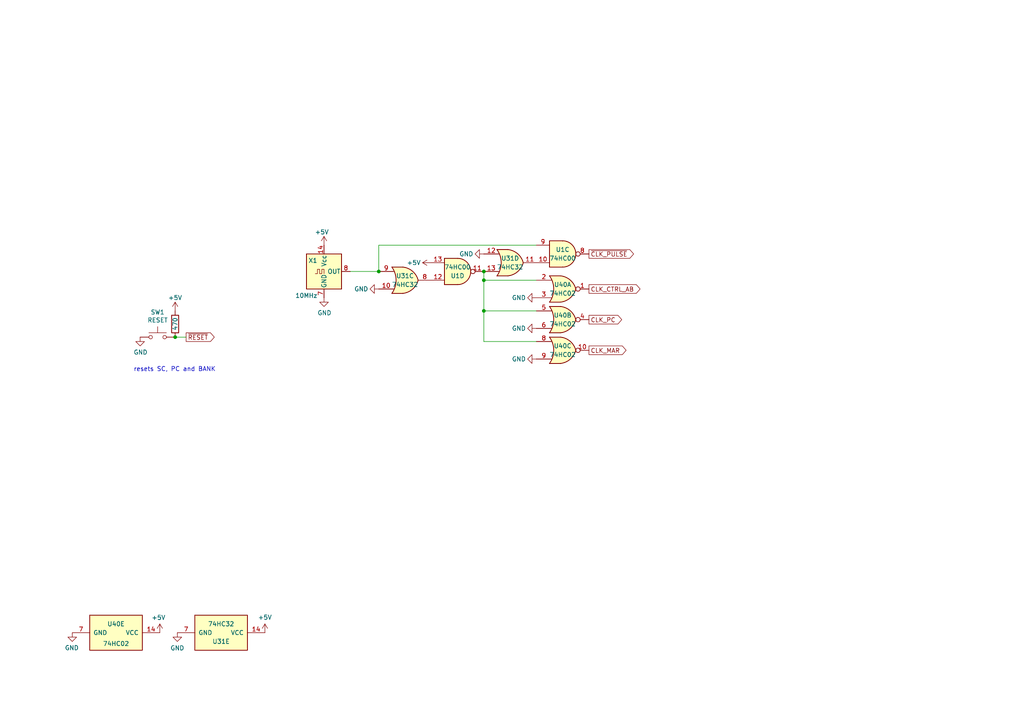
<source format=kicad_sch>
(kicad_sch (version 20211123) (generator eeschema)

  (uuid 4e2cce9b-ce6a-4049-ac2c-5f74d8693f21)

  (paper "A4")

  (title_block
    (title "Global Signals")
    (date "2023-10-27")
    (rev "2.0")
    (comment 2 "creativecommons.org/licenses/by-nc-sa/4.0/")
    (comment 3 "This work is licensed under CC BY-NC-SA 4.0")
    (comment 4 "Author: Carsten Herting (slu4)")
  )

  (lib_symbols
    (symbol "8-Bit CPU 32k-cache:74HC00" (pin_names (offset 1.016)) (in_bom yes) (on_board yes)
      (property "Reference" "U" (id 0) (at 0 1.27 0)
        (effects (font (size 1.27 1.27)))
      )
      (property "Value" "74HC00" (id 1) (at 0 -1.27 0)
        (effects (font (size 1.27 1.27)))
      )
      (property "Footprint" "" (id 2) (at 0 0 0)
        (effects (font (size 1.27 1.27)) hide)
      )
      (property "Datasheet" "" (id 3) (at 0 0 0)
        (effects (font (size 1.27 1.27)) hide)
      )
      (property "ki_locked" "" (id 4) (at 0 0 0)
        (effects (font (size 1.27 1.27)))
      )
      (property "ki_fp_filters" "DIP*W7.62mm* SO14*" (id 5) (at 0 0 0)
        (effects (font (size 1.27 1.27)) hide)
      )
      (symbol "74HC00_1_1"
        (arc (start 0 -3.81) (mid 3.81 0) (end 0 3.81)
          (stroke (width 0.254) (type default) (color 0 0 0 0))
          (fill (type background))
        )
        (polyline
          (pts
            (xy 0 3.81)
            (xy -3.81 3.81)
            (xy -3.81 -3.81)
            (xy 0 -3.81)
          )
          (stroke (width 0.254) (type default) (color 0 0 0 0))
          (fill (type background))
        )
        (pin input line (at -7.62 2.54 0) (length 3.81)
          (name "~" (effects (font (size 1.27 1.27))))
          (number "1" (effects (font (size 1.27 1.27))))
        )
        (pin input line (at -7.62 -2.54 0) (length 3.81)
          (name "~" (effects (font (size 1.27 1.27))))
          (number "2" (effects (font (size 1.27 1.27))))
        )
        (pin output inverted (at 7.62 0 180) (length 3.81)
          (name "~" (effects (font (size 1.27 1.27))))
          (number "3" (effects (font (size 1.27 1.27))))
        )
      )
      (symbol "74HC00_1_2"
        (arc (start -3.81 -3.81) (mid -2.589 0) (end -3.81 3.81)
          (stroke (width 0.254) (type default) (color 0 0 0 0))
          (fill (type none))
        )
        (arc (start -0.6096 -3.81) (mid 2.1842 -2.5851) (end 3.81 0)
          (stroke (width 0.254) (type default) (color 0 0 0 0))
          (fill (type background))
        )
        (polyline
          (pts
            (xy -3.81 -3.81)
            (xy -0.635 -3.81)
          )
          (stroke (width 0.254) (type default) (color 0 0 0 0))
          (fill (type background))
        )
        (polyline
          (pts
            (xy -3.81 3.81)
            (xy -0.635 3.81)
          )
          (stroke (width 0.254) (type default) (color 0 0 0 0))
          (fill (type background))
        )
        (polyline
          (pts
            (xy -0.635 3.81)
            (xy -3.81 3.81)
            (xy -3.81 3.81)
            (xy -3.556 3.4036)
            (xy -3.0226 2.2606)
            (xy -2.6924 1.0414)
            (xy -2.6162 -0.254)
            (xy -2.7686 -1.4986)
            (xy -3.175 -2.7178)
            (xy -3.81 -3.81)
            (xy -3.81 -3.81)
            (xy -0.635 -3.81)
          )
          (stroke (width -25.4) (type default) (color 0 0 0 0))
          (fill (type background))
        )
        (arc (start 3.81 0) (mid 2.1915 2.5936) (end -0.6096 3.81)
          (stroke (width 0.254) (type default) (color 0 0 0 0))
          (fill (type background))
        )
        (pin input inverted (at -7.62 2.54 0) (length 4.318)
          (name "~" (effects (font (size 1.27 1.27))))
          (number "1" (effects (font (size 1.27 1.27))))
        )
        (pin input inverted (at -7.62 -2.54 0) (length 4.318)
          (name "~" (effects (font (size 1.27 1.27))))
          (number "2" (effects (font (size 1.27 1.27))))
        )
        (pin output line (at 7.62 0 180) (length 3.81)
          (name "~" (effects (font (size 1.27 1.27))))
          (number "3" (effects (font (size 1.27 1.27))))
        )
      )
      (symbol "74HC00_2_1"
        (arc (start 0 -3.81) (mid 3.81 0) (end 0 3.81)
          (stroke (width 0.254) (type default) (color 0 0 0 0))
          (fill (type background))
        )
        (polyline
          (pts
            (xy 0 3.81)
            (xy -3.81 3.81)
            (xy -3.81 -3.81)
            (xy 0 -3.81)
          )
          (stroke (width 0.254) (type default) (color 0 0 0 0))
          (fill (type background))
        )
        (pin input line (at -7.62 2.54 0) (length 3.81)
          (name "~" (effects (font (size 1.27 1.27))))
          (number "4" (effects (font (size 1.27 1.27))))
        )
        (pin input line (at -7.62 -2.54 0) (length 3.81)
          (name "~" (effects (font (size 1.27 1.27))))
          (number "5" (effects (font (size 1.27 1.27))))
        )
        (pin output inverted (at 7.62 0 180) (length 3.81)
          (name "~" (effects (font (size 1.27 1.27))))
          (number "6" (effects (font (size 1.27 1.27))))
        )
      )
      (symbol "74HC00_2_2"
        (arc (start -3.81 -3.81) (mid -2.589 0) (end -3.81 3.81)
          (stroke (width 0.254) (type default) (color 0 0 0 0))
          (fill (type none))
        )
        (arc (start -0.6096 -3.81) (mid 2.1842 -2.5851) (end 3.81 0)
          (stroke (width 0.254) (type default) (color 0 0 0 0))
          (fill (type background))
        )
        (polyline
          (pts
            (xy -3.81 -3.81)
            (xy -0.635 -3.81)
          )
          (stroke (width 0.254) (type default) (color 0 0 0 0))
          (fill (type background))
        )
        (polyline
          (pts
            (xy -3.81 3.81)
            (xy -0.635 3.81)
          )
          (stroke (width 0.254) (type default) (color 0 0 0 0))
          (fill (type background))
        )
        (polyline
          (pts
            (xy -0.635 3.81)
            (xy -3.81 3.81)
            (xy -3.81 3.81)
            (xy -3.556 3.4036)
            (xy -3.0226 2.2606)
            (xy -2.6924 1.0414)
            (xy -2.6162 -0.254)
            (xy -2.7686 -1.4986)
            (xy -3.175 -2.7178)
            (xy -3.81 -3.81)
            (xy -3.81 -3.81)
            (xy -0.635 -3.81)
          )
          (stroke (width -25.4) (type default) (color 0 0 0 0))
          (fill (type background))
        )
        (arc (start 3.81 0) (mid 2.1915 2.5936) (end -0.6096 3.81)
          (stroke (width 0.254) (type default) (color 0 0 0 0))
          (fill (type background))
        )
        (pin input inverted (at -7.62 2.54 0) (length 4.318)
          (name "~" (effects (font (size 1.27 1.27))))
          (number "4" (effects (font (size 1.27 1.27))))
        )
        (pin input inverted (at -7.62 -2.54 0) (length 4.318)
          (name "~" (effects (font (size 1.27 1.27))))
          (number "5" (effects (font (size 1.27 1.27))))
        )
        (pin output line (at 7.62 0 180) (length 3.81)
          (name "~" (effects (font (size 1.27 1.27))))
          (number "6" (effects (font (size 1.27 1.27))))
        )
      )
      (symbol "74HC00_3_1"
        (arc (start 0 -3.81) (mid 3.81 0) (end 0 3.81)
          (stroke (width 0.254) (type default) (color 0 0 0 0))
          (fill (type background))
        )
        (polyline
          (pts
            (xy 0 3.81)
            (xy -3.81 3.81)
            (xy -3.81 -3.81)
            (xy 0 -3.81)
          )
          (stroke (width 0.254) (type default) (color 0 0 0 0))
          (fill (type background))
        )
        (pin input line (at -7.62 -2.54 0) (length 3.81)
          (name "~" (effects (font (size 1.27 1.27))))
          (number "10" (effects (font (size 1.27 1.27))))
        )
        (pin output inverted (at 7.62 0 180) (length 3.81)
          (name "~" (effects (font (size 1.27 1.27))))
          (number "8" (effects (font (size 1.27 1.27))))
        )
        (pin input line (at -7.62 2.54 0) (length 3.81)
          (name "~" (effects (font (size 1.27 1.27))))
          (number "9" (effects (font (size 1.27 1.27))))
        )
      )
      (symbol "74HC00_3_2"
        (arc (start -3.81 -3.81) (mid -2.589 0) (end -3.81 3.81)
          (stroke (width 0.254) (type default) (color 0 0 0 0))
          (fill (type none))
        )
        (arc (start -0.6096 -3.81) (mid 2.1842 -2.5851) (end 3.81 0)
          (stroke (width 0.254) (type default) (color 0 0 0 0))
          (fill (type background))
        )
        (polyline
          (pts
            (xy -3.81 -3.81)
            (xy -0.635 -3.81)
          )
          (stroke (width 0.254) (type default) (color 0 0 0 0))
          (fill (type background))
        )
        (polyline
          (pts
            (xy -3.81 3.81)
            (xy -0.635 3.81)
          )
          (stroke (width 0.254) (type default) (color 0 0 0 0))
          (fill (type background))
        )
        (polyline
          (pts
            (xy -0.635 3.81)
            (xy -3.81 3.81)
            (xy -3.81 3.81)
            (xy -3.556 3.4036)
            (xy -3.0226 2.2606)
            (xy -2.6924 1.0414)
            (xy -2.6162 -0.254)
            (xy -2.7686 -1.4986)
            (xy -3.175 -2.7178)
            (xy -3.81 -3.81)
            (xy -3.81 -3.81)
            (xy -0.635 -3.81)
          )
          (stroke (width -25.4) (type default) (color 0 0 0 0))
          (fill (type background))
        )
        (arc (start 3.81 0) (mid 2.1915 2.5936) (end -0.6096 3.81)
          (stroke (width 0.254) (type default) (color 0 0 0 0))
          (fill (type background))
        )
        (pin input inverted (at -7.62 -2.54 0) (length 4.318)
          (name "~" (effects (font (size 1.27 1.27))))
          (number "10" (effects (font (size 1.27 1.27))))
        )
        (pin output line (at 7.62 0 180) (length 3.81)
          (name "~" (effects (font (size 1.27 1.27))))
          (number "8" (effects (font (size 1.27 1.27))))
        )
        (pin input inverted (at -7.62 2.54 0) (length 4.318)
          (name "~" (effects (font (size 1.27 1.27))))
          (number "9" (effects (font (size 1.27 1.27))))
        )
      )
      (symbol "74HC00_4_1"
        (arc (start 0 -3.81) (mid 3.81 0) (end 0 3.81)
          (stroke (width 0.254) (type default) (color 0 0 0 0))
          (fill (type background))
        )
        (polyline
          (pts
            (xy 0 3.81)
            (xy -3.81 3.81)
            (xy -3.81 -3.81)
            (xy 0 -3.81)
          )
          (stroke (width 0.254) (type default) (color 0 0 0 0))
          (fill (type background))
        )
        (pin output inverted (at 7.62 0 180) (length 3.81)
          (name "~" (effects (font (size 1.27 1.27))))
          (number "11" (effects (font (size 1.27 1.27))))
        )
        (pin input line (at -7.62 2.54 0) (length 3.81)
          (name "~" (effects (font (size 1.27 1.27))))
          (number "12" (effects (font (size 1.27 1.27))))
        )
        (pin input line (at -7.62 -2.54 0) (length 3.81)
          (name "~" (effects (font (size 1.27 1.27))))
          (number "13" (effects (font (size 1.27 1.27))))
        )
      )
      (symbol "74HC00_4_2"
        (arc (start -3.81 -3.81) (mid -2.589 0) (end -3.81 3.81)
          (stroke (width 0.254) (type default) (color 0 0 0 0))
          (fill (type none))
        )
        (arc (start -0.6096 -3.81) (mid 2.1842 -2.5851) (end 3.81 0)
          (stroke (width 0.254) (type default) (color 0 0 0 0))
          (fill (type background))
        )
        (polyline
          (pts
            (xy -3.81 -3.81)
            (xy -0.635 -3.81)
          )
          (stroke (width 0.254) (type default) (color 0 0 0 0))
          (fill (type background))
        )
        (polyline
          (pts
            (xy -3.81 3.81)
            (xy -0.635 3.81)
          )
          (stroke (width 0.254) (type default) (color 0 0 0 0))
          (fill (type background))
        )
        (polyline
          (pts
            (xy -0.635 3.81)
            (xy -3.81 3.81)
            (xy -3.81 3.81)
            (xy -3.556 3.4036)
            (xy -3.0226 2.2606)
            (xy -2.6924 1.0414)
            (xy -2.6162 -0.254)
            (xy -2.7686 -1.4986)
            (xy -3.175 -2.7178)
            (xy -3.81 -3.81)
            (xy -3.81 -3.81)
            (xy -0.635 -3.81)
          )
          (stroke (width -25.4) (type default) (color 0 0 0 0))
          (fill (type background))
        )
        (arc (start 3.81 0) (mid 2.1915 2.5936) (end -0.6096 3.81)
          (stroke (width 0.254) (type default) (color 0 0 0 0))
          (fill (type background))
        )
        (pin output line (at 7.62 0 180) (length 3.81)
          (name "~" (effects (font (size 1.27 1.27))))
          (number "11" (effects (font (size 1.27 1.27))))
        )
        (pin input inverted (at -7.62 2.54 0) (length 4.318)
          (name "~" (effects (font (size 1.27 1.27))))
          (number "12" (effects (font (size 1.27 1.27))))
        )
        (pin input inverted (at -7.62 -2.54 0) (length 4.318)
          (name "~" (effects (font (size 1.27 1.27))))
          (number "13" (effects (font (size 1.27 1.27))))
        )
      )
      (symbol "74HC00_5_0"
        (pin power_in line (at 0 12.7 270) (length 5.08)
          (name "VCC" (effects (font (size 1.27 1.27))))
          (number "14" (effects (font (size 1.27 1.27))))
        )
        (pin power_in line (at 0 -12.7 90) (length 5.08)
          (name "GND" (effects (font (size 1.27 1.27))))
          (number "7" (effects (font (size 1.27 1.27))))
        )
      )
      (symbol "74HC00_5_1"
        (rectangle (start -5.08 7.62) (end 5.08 -7.62)
          (stroke (width 0.254) (type default) (color 0 0 0 0))
          (fill (type background))
        )
      )
    )
    (symbol "8-Bit CPU 32k-cache:74HC02" (pin_names (offset 1.016)) (in_bom yes) (on_board yes)
      (property "Reference" "U" (id 0) (at 0 1.27 0)
        (effects (font (size 1.27 1.27)))
      )
      (property "Value" "74HC02" (id 1) (at 0 -1.27 0)
        (effects (font (size 1.27 1.27)))
      )
      (property "Footprint" "" (id 2) (at 0 0 0)
        (effects (font (size 1.27 1.27)) hide)
      )
      (property "Datasheet" "" (id 3) (at 0 0 0)
        (effects (font (size 1.27 1.27)) hide)
      )
      (property "ki_locked" "" (id 4) (at 0 0 0)
        (effects (font (size 1.27 1.27)))
      )
      (property "ki_fp_filters" "SO14* DIP*W7.62mm*" (id 5) (at 0 0 0)
        (effects (font (size 1.27 1.27)) hide)
      )
      (symbol "74HC02_1_1"
        (arc (start -3.81 -3.81) (mid -2.589 0) (end -3.81 3.81)
          (stroke (width 0.254) (type default) (color 0 0 0 0))
          (fill (type none))
        )
        (arc (start -0.6096 -3.81) (mid 2.1842 -2.5851) (end 3.81 0)
          (stroke (width 0.254) (type default) (color 0 0 0 0))
          (fill (type background))
        )
        (polyline
          (pts
            (xy -3.81 -3.81)
            (xy -0.635 -3.81)
          )
          (stroke (width 0.254) (type default) (color 0 0 0 0))
          (fill (type background))
        )
        (polyline
          (pts
            (xy -3.81 3.81)
            (xy -0.635 3.81)
          )
          (stroke (width 0.254) (type default) (color 0 0 0 0))
          (fill (type background))
        )
        (polyline
          (pts
            (xy -0.635 3.81)
            (xy -3.81 3.81)
            (xy -3.81 3.81)
            (xy -3.556 3.4036)
            (xy -3.0226 2.2606)
            (xy -2.6924 1.0414)
            (xy -2.6162 -0.254)
            (xy -2.7686 -1.4986)
            (xy -3.175 -2.7178)
            (xy -3.81 -3.81)
            (xy -3.81 -3.81)
            (xy -0.635 -3.81)
          )
          (stroke (width -25.4) (type default) (color 0 0 0 0))
          (fill (type background))
        )
        (arc (start 3.81 0) (mid 2.1915 2.5936) (end -0.6096 3.81)
          (stroke (width 0.254) (type default) (color 0 0 0 0))
          (fill (type background))
        )
        (pin output inverted (at 7.62 0 180) (length 3.81)
          (name "~" (effects (font (size 1.27 1.27))))
          (number "1" (effects (font (size 1.27 1.27))))
        )
        (pin input line (at -7.62 2.54 0) (length 4.318)
          (name "~" (effects (font (size 1.27 1.27))))
          (number "2" (effects (font (size 1.27 1.27))))
        )
        (pin input line (at -7.62 -2.54 0) (length 4.318)
          (name "~" (effects (font (size 1.27 1.27))))
          (number "3" (effects (font (size 1.27 1.27))))
        )
      )
      (symbol "74HC02_1_2"
        (arc (start 0 -3.81) (mid 3.81 0) (end 0 3.81)
          (stroke (width 0.254) (type default) (color 0 0 0 0))
          (fill (type background))
        )
        (polyline
          (pts
            (xy 0 3.81)
            (xy -3.81 3.81)
            (xy -3.81 -3.81)
            (xy 0 -3.81)
          )
          (stroke (width 0.254) (type default) (color 0 0 0 0))
          (fill (type background))
        )
        (pin output line (at 7.62 0 180) (length 3.81)
          (name "~" (effects (font (size 1.27 1.27))))
          (number "1" (effects (font (size 1.27 1.27))))
        )
        (pin input inverted (at -7.62 2.54 0) (length 3.81)
          (name "~" (effects (font (size 1.27 1.27))))
          (number "2" (effects (font (size 1.27 1.27))))
        )
        (pin input inverted (at -7.62 -2.54 0) (length 3.81)
          (name "~" (effects (font (size 1.27 1.27))))
          (number "3" (effects (font (size 1.27 1.27))))
        )
      )
      (symbol "74HC02_2_1"
        (arc (start -3.81 -3.81) (mid -2.589 0) (end -3.81 3.81)
          (stroke (width 0.254) (type default) (color 0 0 0 0))
          (fill (type none))
        )
        (arc (start -0.6096 -3.81) (mid 2.1842 -2.5851) (end 3.81 0)
          (stroke (width 0.254) (type default) (color 0 0 0 0))
          (fill (type background))
        )
        (polyline
          (pts
            (xy -3.81 -3.81)
            (xy -0.635 -3.81)
          )
          (stroke (width 0.254) (type default) (color 0 0 0 0))
          (fill (type background))
        )
        (polyline
          (pts
            (xy -3.81 3.81)
            (xy -0.635 3.81)
          )
          (stroke (width 0.254) (type default) (color 0 0 0 0))
          (fill (type background))
        )
        (polyline
          (pts
            (xy -0.635 3.81)
            (xy -3.81 3.81)
            (xy -3.81 3.81)
            (xy -3.556 3.4036)
            (xy -3.0226 2.2606)
            (xy -2.6924 1.0414)
            (xy -2.6162 -0.254)
            (xy -2.7686 -1.4986)
            (xy -3.175 -2.7178)
            (xy -3.81 -3.81)
            (xy -3.81 -3.81)
            (xy -0.635 -3.81)
          )
          (stroke (width -25.4) (type default) (color 0 0 0 0))
          (fill (type background))
        )
        (arc (start 3.81 0) (mid 2.1915 2.5936) (end -0.6096 3.81)
          (stroke (width 0.254) (type default) (color 0 0 0 0))
          (fill (type background))
        )
        (pin output inverted (at 7.62 0 180) (length 3.81)
          (name "~" (effects (font (size 1.27 1.27))))
          (number "4" (effects (font (size 1.27 1.27))))
        )
        (pin input line (at -7.62 2.54 0) (length 4.318)
          (name "~" (effects (font (size 1.27 1.27))))
          (number "5" (effects (font (size 1.27 1.27))))
        )
        (pin input line (at -7.62 -2.54 0) (length 4.318)
          (name "~" (effects (font (size 1.27 1.27))))
          (number "6" (effects (font (size 1.27 1.27))))
        )
      )
      (symbol "74HC02_2_2"
        (arc (start 0 -3.81) (mid 3.81 0) (end 0 3.81)
          (stroke (width 0.254) (type default) (color 0 0 0 0))
          (fill (type background))
        )
        (polyline
          (pts
            (xy 0 3.81)
            (xy -3.81 3.81)
            (xy -3.81 -3.81)
            (xy 0 -3.81)
          )
          (stroke (width 0.254) (type default) (color 0 0 0 0))
          (fill (type background))
        )
        (pin output line (at 7.62 0 180) (length 3.81)
          (name "~" (effects (font (size 1.27 1.27))))
          (number "4" (effects (font (size 1.27 1.27))))
        )
        (pin input inverted (at -7.62 2.54 0) (length 3.81)
          (name "~" (effects (font (size 1.27 1.27))))
          (number "5" (effects (font (size 1.27 1.27))))
        )
        (pin input inverted (at -7.62 -2.54 0) (length 3.81)
          (name "~" (effects (font (size 1.27 1.27))))
          (number "6" (effects (font (size 1.27 1.27))))
        )
      )
      (symbol "74HC02_3_1"
        (arc (start -3.81 -3.81) (mid -2.589 0) (end -3.81 3.81)
          (stroke (width 0.254) (type default) (color 0 0 0 0))
          (fill (type none))
        )
        (arc (start -0.6096 -3.81) (mid 2.1842 -2.5851) (end 3.81 0)
          (stroke (width 0.254) (type default) (color 0 0 0 0))
          (fill (type background))
        )
        (polyline
          (pts
            (xy -3.81 -3.81)
            (xy -0.635 -3.81)
          )
          (stroke (width 0.254) (type default) (color 0 0 0 0))
          (fill (type background))
        )
        (polyline
          (pts
            (xy -3.81 3.81)
            (xy -0.635 3.81)
          )
          (stroke (width 0.254) (type default) (color 0 0 0 0))
          (fill (type background))
        )
        (polyline
          (pts
            (xy -0.635 3.81)
            (xy -3.81 3.81)
            (xy -3.81 3.81)
            (xy -3.556 3.4036)
            (xy -3.0226 2.2606)
            (xy -2.6924 1.0414)
            (xy -2.6162 -0.254)
            (xy -2.7686 -1.4986)
            (xy -3.175 -2.7178)
            (xy -3.81 -3.81)
            (xy -3.81 -3.81)
            (xy -0.635 -3.81)
          )
          (stroke (width -25.4) (type default) (color 0 0 0 0))
          (fill (type background))
        )
        (arc (start 3.81 0) (mid 2.1915 2.5936) (end -0.6096 3.81)
          (stroke (width 0.254) (type default) (color 0 0 0 0))
          (fill (type background))
        )
        (pin output inverted (at 7.62 0 180) (length 3.81)
          (name "~" (effects (font (size 1.27 1.27))))
          (number "10" (effects (font (size 1.27 1.27))))
        )
        (pin input line (at -7.62 2.54 0) (length 4.318)
          (name "~" (effects (font (size 1.27 1.27))))
          (number "8" (effects (font (size 1.27 1.27))))
        )
        (pin input line (at -7.62 -2.54 0) (length 4.318)
          (name "~" (effects (font (size 1.27 1.27))))
          (number "9" (effects (font (size 1.27 1.27))))
        )
      )
      (symbol "74HC02_3_2"
        (arc (start 0 -3.81) (mid 3.81 0) (end 0 3.81)
          (stroke (width 0.254) (type default) (color 0 0 0 0))
          (fill (type background))
        )
        (polyline
          (pts
            (xy 0 3.81)
            (xy -3.81 3.81)
            (xy -3.81 -3.81)
            (xy 0 -3.81)
          )
          (stroke (width 0.254) (type default) (color 0 0 0 0))
          (fill (type background))
        )
        (pin output line (at 7.62 0 180) (length 3.81)
          (name "~" (effects (font (size 1.27 1.27))))
          (number "10" (effects (font (size 1.27 1.27))))
        )
        (pin input inverted (at -7.62 2.54 0) (length 3.81)
          (name "~" (effects (font (size 1.27 1.27))))
          (number "8" (effects (font (size 1.27 1.27))))
        )
        (pin input inverted (at -7.62 -2.54 0) (length 3.81)
          (name "~" (effects (font (size 1.27 1.27))))
          (number "9" (effects (font (size 1.27 1.27))))
        )
      )
      (symbol "74HC02_4_1"
        (arc (start -3.81 -3.81) (mid -2.589 0) (end -3.81 3.81)
          (stroke (width 0.254) (type default) (color 0 0 0 0))
          (fill (type none))
        )
        (arc (start -0.6096 -3.81) (mid 2.1842 -2.5851) (end 3.81 0)
          (stroke (width 0.254) (type default) (color 0 0 0 0))
          (fill (type background))
        )
        (polyline
          (pts
            (xy -3.81 -3.81)
            (xy -0.635 -3.81)
          )
          (stroke (width 0.254) (type default) (color 0 0 0 0))
          (fill (type background))
        )
        (polyline
          (pts
            (xy -3.81 3.81)
            (xy -0.635 3.81)
          )
          (stroke (width 0.254) (type default) (color 0 0 0 0))
          (fill (type background))
        )
        (polyline
          (pts
            (xy -0.635 3.81)
            (xy -3.81 3.81)
            (xy -3.81 3.81)
            (xy -3.556 3.4036)
            (xy -3.0226 2.2606)
            (xy -2.6924 1.0414)
            (xy -2.6162 -0.254)
            (xy -2.7686 -1.4986)
            (xy -3.175 -2.7178)
            (xy -3.81 -3.81)
            (xy -3.81 -3.81)
            (xy -0.635 -3.81)
          )
          (stroke (width -25.4) (type default) (color 0 0 0 0))
          (fill (type background))
        )
        (arc (start 3.81 0) (mid 2.1915 2.5936) (end -0.6096 3.81)
          (stroke (width 0.254) (type default) (color 0 0 0 0))
          (fill (type background))
        )
        (pin input line (at -7.62 2.54 0) (length 4.318)
          (name "~" (effects (font (size 1.27 1.27))))
          (number "11" (effects (font (size 1.27 1.27))))
        )
        (pin input line (at -7.62 -2.54 0) (length 4.318)
          (name "~" (effects (font (size 1.27 1.27))))
          (number "12" (effects (font (size 1.27 1.27))))
        )
        (pin output inverted (at 7.62 0 180) (length 3.81)
          (name "~" (effects (font (size 1.27 1.27))))
          (number "13" (effects (font (size 1.27 1.27))))
        )
      )
      (symbol "74HC02_4_2"
        (arc (start 0 -3.81) (mid 3.81 0) (end 0 3.81)
          (stroke (width 0.254) (type default) (color 0 0 0 0))
          (fill (type background))
        )
        (polyline
          (pts
            (xy 0 3.81)
            (xy -3.81 3.81)
            (xy -3.81 -3.81)
            (xy 0 -3.81)
          )
          (stroke (width 0.254) (type default) (color 0 0 0 0))
          (fill (type background))
        )
        (pin input inverted (at -7.62 2.54 0) (length 3.81)
          (name "~" (effects (font (size 1.27 1.27))))
          (number "11" (effects (font (size 1.27 1.27))))
        )
        (pin input inverted (at -7.62 -2.54 0) (length 3.81)
          (name "~" (effects (font (size 1.27 1.27))))
          (number "12" (effects (font (size 1.27 1.27))))
        )
        (pin output line (at 7.62 0 180) (length 3.81)
          (name "~" (effects (font (size 1.27 1.27))))
          (number "13" (effects (font (size 1.27 1.27))))
        )
      )
      (symbol "74HC02_5_0"
        (pin power_in line (at 0 12.7 270) (length 5.08)
          (name "VCC" (effects (font (size 1.27 1.27))))
          (number "14" (effects (font (size 1.27 1.27))))
        )
        (pin power_in line (at 0 -12.7 90) (length 5.08)
          (name "GND" (effects (font (size 1.27 1.27))))
          (number "7" (effects (font (size 1.27 1.27))))
        )
      )
      (symbol "74HC02_5_1"
        (rectangle (start -5.08 7.62) (end 5.08 -7.62)
          (stroke (width 0.254) (type default) (color 0 0 0 0))
          (fill (type background))
        )
      )
    )
    (symbol "8-Bit CPU 32k-cache:Oscillator_ACO-xxxMHz" (pin_names (offset 0.254)) (in_bom yes) (on_board yes)
      (property "Reference" "X" (id 0) (at -5.08 6.35 0)
        (effects (font (size 1.27 1.27)) (justify left))
      )
      (property "Value" "Oscillator_ACO-xxxMHz" (id 1) (at 1.27 -6.35 0)
        (effects (font (size 1.27 1.27)) (justify left))
      )
      (property "Footprint" "Oscillator:Oscillator_DIP-14" (id 2) (at 11.43 -8.89 0)
        (effects (font (size 1.27 1.27)) hide)
      )
      (property "Datasheet" "" (id 3) (at -2.54 0 0)
        (effects (font (size 1.27 1.27)) hide)
      )
      (property "ki_fp_filters" "Oscillator*DIP*14*" (id 4) (at 0 0 0)
        (effects (font (size 1.27 1.27)) hide)
      )
      (symbol "Oscillator_ACO-xxxMHz_0_1"
        (rectangle (start -5.08 5.08) (end 5.08 -5.08)
          (stroke (width 0.254) (type default) (color 0 0 0 0))
          (fill (type background))
        )
        (polyline
          (pts
            (xy -2.54 -0.635)
            (xy -1.905 -0.635)
            (xy -1.905 0.635)
            (xy -1.27 0.635)
            (xy -1.27 -0.635)
            (xy -0.635 -0.635)
            (xy -0.635 0.635)
            (xy 0 0.635)
            (xy 0 -0.635)
          )
          (stroke (width 0) (type default) (color 0 0 0 0))
          (fill (type none))
        )
      )
      (symbol "Oscillator_ACO-xxxMHz_1_1"
        (pin no_connect line (at -7.62 0 0) (length 2.54) hide
          (name "NC" (effects (font (size 1.27 1.27))))
          (number "1" (effects (font (size 1.27 1.27))))
        )
        (pin power_in line (at 0 7.62 270) (length 2.54)
          (name "Vcc" (effects (font (size 1.27 1.27))))
          (number "14" (effects (font (size 1.27 1.27))))
        )
        (pin power_in line (at 0 -7.62 90) (length 2.54)
          (name "GND" (effects (font (size 1.27 1.27))))
          (number "7" (effects (font (size 1.27 1.27))))
        )
        (pin output line (at 7.62 0 180) (length 2.54)
          (name "OUT" (effects (font (size 1.27 1.27))))
          (number "8" (effects (font (size 1.27 1.27))))
        )
      )
    )
    (symbol "8-Bit CPU 32k:74HC32" (pin_names (offset 1.016)) (in_bom yes) (on_board yes)
      (property "Reference" "U" (id 0) (at 0 1.27 0)
        (effects (font (size 1.27 1.27)))
      )
      (property "Value" "74HC32" (id 1) (at 0 -1.27 0)
        (effects (font (size 1.27 1.27)))
      )
      (property "Footprint" "" (id 2) (at 0 0 0)
        (effects (font (size 1.27 1.27)) hide)
      )
      (property "Datasheet" "http://www.ti.com/lit/gpn/sn74LS32" (id 3) (at 0 0 0)
        (effects (font (size 1.27 1.27)) hide)
      )
      (property "ki_locked" "" (id 4) (at 0 0 0)
        (effects (font (size 1.27 1.27)))
      )
      (property "ki_keywords" "TTL Or2" (id 5) (at 0 0 0)
        (effects (font (size 1.27 1.27)) hide)
      )
      (property "ki_description" "Quad 2-input OR" (id 6) (at 0 0 0)
        (effects (font (size 1.27 1.27)) hide)
      )
      (property "ki_fp_filters" "DIP?14*" (id 7) (at 0 0 0)
        (effects (font (size 1.27 1.27)) hide)
      )
      (symbol "74HC32_1_1"
        (arc (start -3.81 -3.81) (mid -2.589 0) (end -3.81 3.81)
          (stroke (width 0.254) (type default) (color 0 0 0 0))
          (fill (type none))
        )
        (arc (start -0.6096 -3.81) (mid 2.1842 -2.5851) (end 3.81 0)
          (stroke (width 0.254) (type default) (color 0 0 0 0))
          (fill (type background))
        )
        (polyline
          (pts
            (xy -3.81 -3.81)
            (xy -0.635 -3.81)
          )
          (stroke (width 0.254) (type default) (color 0 0 0 0))
          (fill (type background))
        )
        (polyline
          (pts
            (xy -3.81 3.81)
            (xy -0.635 3.81)
          )
          (stroke (width 0.254) (type default) (color 0 0 0 0))
          (fill (type background))
        )
        (polyline
          (pts
            (xy -0.635 3.81)
            (xy -3.81 3.81)
            (xy -3.81 3.81)
            (xy -3.556 3.4036)
            (xy -3.0226 2.2606)
            (xy -2.6924 1.0414)
            (xy -2.6162 -0.254)
            (xy -2.7686 -1.4986)
            (xy -3.175 -2.7178)
            (xy -3.81 -3.81)
            (xy -3.81 -3.81)
            (xy -0.635 -3.81)
          )
          (stroke (width -25.4) (type default) (color 0 0 0 0))
          (fill (type background))
        )
        (arc (start 3.81 0) (mid 2.1915 2.5936) (end -0.6096 3.81)
          (stroke (width 0.254) (type default) (color 0 0 0 0))
          (fill (type background))
        )
        (pin input line (at -7.62 2.54 0) (length 4.318)
          (name "~" (effects (font (size 1.27 1.27))))
          (number "1" (effects (font (size 1.27 1.27))))
        )
        (pin input line (at -7.62 -2.54 0) (length 4.318)
          (name "~" (effects (font (size 1.27 1.27))))
          (number "2" (effects (font (size 1.27 1.27))))
        )
        (pin output line (at 7.62 0 180) (length 3.81)
          (name "~" (effects (font (size 1.27 1.27))))
          (number "3" (effects (font (size 1.27 1.27))))
        )
      )
      (symbol "74HC32_1_2"
        (arc (start 0 -3.81) (mid 3.81 0) (end 0 3.81)
          (stroke (width 0.254) (type default) (color 0 0 0 0))
          (fill (type background))
        )
        (polyline
          (pts
            (xy 0 3.81)
            (xy -3.81 3.81)
            (xy -3.81 -3.81)
            (xy 0 -3.81)
          )
          (stroke (width 0.254) (type default) (color 0 0 0 0))
          (fill (type background))
        )
        (pin input inverted (at -7.62 2.54 0) (length 3.81)
          (name "~" (effects (font (size 1.27 1.27))))
          (number "1" (effects (font (size 1.27 1.27))))
        )
        (pin input inverted (at -7.62 -2.54 0) (length 3.81)
          (name "~" (effects (font (size 1.27 1.27))))
          (number "2" (effects (font (size 1.27 1.27))))
        )
        (pin output inverted (at 7.62 0 180) (length 3.81)
          (name "~" (effects (font (size 1.27 1.27))))
          (number "3" (effects (font (size 1.27 1.27))))
        )
      )
      (symbol "74HC32_2_1"
        (arc (start -3.81 -3.81) (mid -2.589 0) (end -3.81 3.81)
          (stroke (width 0.254) (type default) (color 0 0 0 0))
          (fill (type none))
        )
        (arc (start -0.6096 -3.81) (mid 2.1842 -2.5851) (end 3.81 0)
          (stroke (width 0.254) (type default) (color 0 0 0 0))
          (fill (type background))
        )
        (polyline
          (pts
            (xy -3.81 -3.81)
            (xy -0.635 -3.81)
          )
          (stroke (width 0.254) (type default) (color 0 0 0 0))
          (fill (type background))
        )
        (polyline
          (pts
            (xy -3.81 3.81)
            (xy -0.635 3.81)
          )
          (stroke (width 0.254) (type default) (color 0 0 0 0))
          (fill (type background))
        )
        (polyline
          (pts
            (xy -0.635 3.81)
            (xy -3.81 3.81)
            (xy -3.81 3.81)
            (xy -3.556 3.4036)
            (xy -3.0226 2.2606)
            (xy -2.6924 1.0414)
            (xy -2.6162 -0.254)
            (xy -2.7686 -1.4986)
            (xy -3.175 -2.7178)
            (xy -3.81 -3.81)
            (xy -3.81 -3.81)
            (xy -0.635 -3.81)
          )
          (stroke (width -25.4) (type default) (color 0 0 0 0))
          (fill (type background))
        )
        (arc (start 3.81 0) (mid 2.1915 2.5936) (end -0.6096 3.81)
          (stroke (width 0.254) (type default) (color 0 0 0 0))
          (fill (type background))
        )
        (pin input line (at -7.62 2.54 0) (length 4.318)
          (name "~" (effects (font (size 1.27 1.27))))
          (number "4" (effects (font (size 1.27 1.27))))
        )
        (pin input line (at -7.62 -2.54 0) (length 4.318)
          (name "~" (effects (font (size 1.27 1.27))))
          (number "5" (effects (font (size 1.27 1.27))))
        )
        (pin output line (at 7.62 0 180) (length 3.81)
          (name "~" (effects (font (size 1.27 1.27))))
          (number "6" (effects (font (size 1.27 1.27))))
        )
      )
      (symbol "74HC32_2_2"
        (arc (start 0 -3.81) (mid 3.81 0) (end 0 3.81)
          (stroke (width 0.254) (type default) (color 0 0 0 0))
          (fill (type background))
        )
        (polyline
          (pts
            (xy 0 3.81)
            (xy -3.81 3.81)
            (xy -3.81 -3.81)
            (xy 0 -3.81)
          )
          (stroke (width 0.254) (type default) (color 0 0 0 0))
          (fill (type background))
        )
        (pin input inverted (at -7.62 2.54 0) (length 3.81)
          (name "~" (effects (font (size 1.27 1.27))))
          (number "4" (effects (font (size 1.27 1.27))))
        )
        (pin input inverted (at -7.62 -2.54 0) (length 3.81)
          (name "~" (effects (font (size 1.27 1.27))))
          (number "5" (effects (font (size 1.27 1.27))))
        )
        (pin output inverted (at 7.62 0 180) (length 3.81)
          (name "~" (effects (font (size 1.27 1.27))))
          (number "6" (effects (font (size 1.27 1.27))))
        )
      )
      (symbol "74HC32_3_1"
        (arc (start -3.81 -3.81) (mid -2.589 0) (end -3.81 3.81)
          (stroke (width 0.254) (type default) (color 0 0 0 0))
          (fill (type none))
        )
        (arc (start -0.6096 -3.81) (mid 2.1842 -2.5851) (end 3.81 0)
          (stroke (width 0.254) (type default) (color 0 0 0 0))
          (fill (type background))
        )
        (polyline
          (pts
            (xy -3.81 -3.81)
            (xy -0.635 -3.81)
          )
          (stroke (width 0.254) (type default) (color 0 0 0 0))
          (fill (type background))
        )
        (polyline
          (pts
            (xy -3.81 3.81)
            (xy -0.635 3.81)
          )
          (stroke (width 0.254) (type default) (color 0 0 0 0))
          (fill (type background))
        )
        (polyline
          (pts
            (xy -0.635 3.81)
            (xy -3.81 3.81)
            (xy -3.81 3.81)
            (xy -3.556 3.4036)
            (xy -3.0226 2.2606)
            (xy -2.6924 1.0414)
            (xy -2.6162 -0.254)
            (xy -2.7686 -1.4986)
            (xy -3.175 -2.7178)
            (xy -3.81 -3.81)
            (xy -3.81 -3.81)
            (xy -0.635 -3.81)
          )
          (stroke (width -25.4) (type default) (color 0 0 0 0))
          (fill (type background))
        )
        (arc (start 3.81 0) (mid 2.1915 2.5936) (end -0.6096 3.81)
          (stroke (width 0.254) (type default) (color 0 0 0 0))
          (fill (type background))
        )
        (pin input line (at -7.62 -2.54 0) (length 4.318)
          (name "~" (effects (font (size 1.27 1.27))))
          (number "10" (effects (font (size 1.27 1.27))))
        )
        (pin output line (at 7.62 0 180) (length 3.81)
          (name "~" (effects (font (size 1.27 1.27))))
          (number "8" (effects (font (size 1.27 1.27))))
        )
        (pin input line (at -7.62 2.54 0) (length 4.318)
          (name "~" (effects (font (size 1.27 1.27))))
          (number "9" (effects (font (size 1.27 1.27))))
        )
      )
      (symbol "74HC32_3_2"
        (arc (start 0 -3.81) (mid 3.81 0) (end 0 3.81)
          (stroke (width 0.254) (type default) (color 0 0 0 0))
          (fill (type background))
        )
        (polyline
          (pts
            (xy 0 3.81)
            (xy -3.81 3.81)
            (xy -3.81 -3.81)
            (xy 0 -3.81)
          )
          (stroke (width 0.254) (type default) (color 0 0 0 0))
          (fill (type background))
        )
        (pin input inverted (at -7.62 -2.54 0) (length 3.81)
          (name "~" (effects (font (size 1.27 1.27))))
          (number "10" (effects (font (size 1.27 1.27))))
        )
        (pin output inverted (at 7.62 0 180) (length 3.81)
          (name "~" (effects (font (size 1.27 1.27))))
          (number "8" (effects (font (size 1.27 1.27))))
        )
        (pin input inverted (at -7.62 2.54 0) (length 3.81)
          (name "~" (effects (font (size 1.27 1.27))))
          (number "9" (effects (font (size 1.27 1.27))))
        )
      )
      (symbol "74HC32_4_1"
        (arc (start -3.81 -3.81) (mid -2.589 0) (end -3.81 3.81)
          (stroke (width 0.254) (type default) (color 0 0 0 0))
          (fill (type none))
        )
        (arc (start -0.6096 -3.81) (mid 2.1842 -2.5851) (end 3.81 0)
          (stroke (width 0.254) (type default) (color 0 0 0 0))
          (fill (type background))
        )
        (polyline
          (pts
            (xy -3.81 -3.81)
            (xy -0.635 -3.81)
          )
          (stroke (width 0.254) (type default) (color 0 0 0 0))
          (fill (type background))
        )
        (polyline
          (pts
            (xy -3.81 3.81)
            (xy -0.635 3.81)
          )
          (stroke (width 0.254) (type default) (color 0 0 0 0))
          (fill (type background))
        )
        (polyline
          (pts
            (xy -0.635 3.81)
            (xy -3.81 3.81)
            (xy -3.81 3.81)
            (xy -3.556 3.4036)
            (xy -3.0226 2.2606)
            (xy -2.6924 1.0414)
            (xy -2.6162 -0.254)
            (xy -2.7686 -1.4986)
            (xy -3.175 -2.7178)
            (xy -3.81 -3.81)
            (xy -3.81 -3.81)
            (xy -0.635 -3.81)
          )
          (stroke (width -25.4) (type default) (color 0 0 0 0))
          (fill (type background))
        )
        (arc (start 3.81 0) (mid 2.1915 2.5936) (end -0.6096 3.81)
          (stroke (width 0.254) (type default) (color 0 0 0 0))
          (fill (type background))
        )
        (pin output line (at 7.62 0 180) (length 3.81)
          (name "~" (effects (font (size 1.27 1.27))))
          (number "11" (effects (font (size 1.27 1.27))))
        )
        (pin input line (at -7.62 2.54 0) (length 4.318)
          (name "~" (effects (font (size 1.27 1.27))))
          (number "12" (effects (font (size 1.27 1.27))))
        )
        (pin input line (at -7.62 -2.54 0) (length 4.318)
          (name "~" (effects (font (size 1.27 1.27))))
          (number "13" (effects (font (size 1.27 1.27))))
        )
      )
      (symbol "74HC32_4_2"
        (arc (start 0 -3.81) (mid 3.81 0) (end 0 3.81)
          (stroke (width 0.254) (type default) (color 0 0 0 0))
          (fill (type background))
        )
        (polyline
          (pts
            (xy 0 3.81)
            (xy -3.81 3.81)
            (xy -3.81 -3.81)
            (xy 0 -3.81)
          )
          (stroke (width 0.254) (type default) (color 0 0 0 0))
          (fill (type background))
        )
        (pin output inverted (at 7.62 0 180) (length 3.81)
          (name "~" (effects (font (size 1.27 1.27))))
          (number "11" (effects (font (size 1.27 1.27))))
        )
        (pin input inverted (at -7.62 2.54 0) (length 3.81)
          (name "~" (effects (font (size 1.27 1.27))))
          (number "12" (effects (font (size 1.27 1.27))))
        )
        (pin input inverted (at -7.62 -2.54 0) (length 3.81)
          (name "~" (effects (font (size 1.27 1.27))))
          (number "13" (effects (font (size 1.27 1.27))))
        )
      )
      (symbol "74HC32_5_0"
        (pin power_in line (at 0 12.7 270) (length 5.08)
          (name "VCC" (effects (font (size 1.27 1.27))))
          (number "14" (effects (font (size 1.27 1.27))))
        )
        (pin power_in line (at 0 -12.7 90) (length 5.08)
          (name "GND" (effects (font (size 1.27 1.27))))
          (number "7" (effects (font (size 1.27 1.27))))
        )
      )
      (symbol "74HC32_5_1"
        (rectangle (start -5.08 7.62) (end 5.08 -7.62)
          (stroke (width 0.254) (type default) (color 0 0 0 0))
          (fill (type background))
        )
      )
    )
    (symbol "Device:R" (pin_numbers hide) (pin_names (offset 0)) (in_bom yes) (on_board yes)
      (property "Reference" "R" (id 0) (at 2.032 0 90)
        (effects (font (size 1.27 1.27)))
      )
      (property "Value" "R" (id 1) (at 0 0 90)
        (effects (font (size 1.27 1.27)))
      )
      (property "Footprint" "" (id 2) (at -1.778 0 90)
        (effects (font (size 1.27 1.27)) hide)
      )
      (property "Datasheet" "~" (id 3) (at 0 0 0)
        (effects (font (size 1.27 1.27)) hide)
      )
      (property "ki_keywords" "R res resistor" (id 4) (at 0 0 0)
        (effects (font (size 1.27 1.27)) hide)
      )
      (property "ki_description" "Resistor" (id 5) (at 0 0 0)
        (effects (font (size 1.27 1.27)) hide)
      )
      (property "ki_fp_filters" "R_*" (id 6) (at 0 0 0)
        (effects (font (size 1.27 1.27)) hide)
      )
      (symbol "R_0_1"
        (rectangle (start -1.016 -2.54) (end 1.016 2.54)
          (stroke (width 0.254) (type default) (color 0 0 0 0))
          (fill (type none))
        )
      )
      (symbol "R_1_1"
        (pin passive line (at 0 3.81 270) (length 1.27)
          (name "~" (effects (font (size 1.27 1.27))))
          (number "1" (effects (font (size 1.27 1.27))))
        )
        (pin passive line (at 0 -3.81 90) (length 1.27)
          (name "~" (effects (font (size 1.27 1.27))))
          (number "2" (effects (font (size 1.27 1.27))))
        )
      )
    )
    (symbol "Switch:SW_Push" (pin_numbers hide) (pin_names (offset 1.016) hide) (in_bom yes) (on_board yes)
      (property "Reference" "SW" (id 0) (at 1.27 2.54 0)
        (effects (font (size 1.27 1.27)) (justify left))
      )
      (property "Value" "SW_Push" (id 1) (at 0 -1.524 0)
        (effects (font (size 1.27 1.27)))
      )
      (property "Footprint" "" (id 2) (at 0 5.08 0)
        (effects (font (size 1.27 1.27)) hide)
      )
      (property "Datasheet" "~" (id 3) (at 0 5.08 0)
        (effects (font (size 1.27 1.27)) hide)
      )
      (property "ki_keywords" "switch normally-open pushbutton push-button" (id 4) (at 0 0 0)
        (effects (font (size 1.27 1.27)) hide)
      )
      (property "ki_description" "Push button switch, generic, two pins" (id 5) (at 0 0 0)
        (effects (font (size 1.27 1.27)) hide)
      )
      (symbol "SW_Push_0_1"
        (circle (center -2.032 0) (radius 0.508)
          (stroke (width 0) (type default) (color 0 0 0 0))
          (fill (type none))
        )
        (polyline
          (pts
            (xy 0 1.27)
            (xy 0 3.048)
          )
          (stroke (width 0) (type default) (color 0 0 0 0))
          (fill (type none))
        )
        (polyline
          (pts
            (xy 2.54 1.27)
            (xy -2.54 1.27)
          )
          (stroke (width 0) (type default) (color 0 0 0 0))
          (fill (type none))
        )
        (circle (center 2.032 0) (radius 0.508)
          (stroke (width 0) (type default) (color 0 0 0 0))
          (fill (type none))
        )
        (pin passive line (at -5.08 0 0) (length 2.54)
          (name "1" (effects (font (size 1.27 1.27))))
          (number "1" (effects (font (size 1.27 1.27))))
        )
        (pin passive line (at 5.08 0 180) (length 2.54)
          (name "2" (effects (font (size 1.27 1.27))))
          (number "2" (effects (font (size 1.27 1.27))))
        )
      )
    )
    (symbol "power:+5V" (power) (pin_names (offset 0)) (in_bom yes) (on_board yes)
      (property "Reference" "#PWR" (id 0) (at 0 -3.81 0)
        (effects (font (size 1.27 1.27)) hide)
      )
      (property "Value" "+5V" (id 1) (at 0 3.556 0)
        (effects (font (size 1.27 1.27)))
      )
      (property "Footprint" "" (id 2) (at 0 0 0)
        (effects (font (size 1.27 1.27)) hide)
      )
      (property "Datasheet" "" (id 3) (at 0 0 0)
        (effects (font (size 1.27 1.27)) hide)
      )
      (property "ki_keywords" "power-flag" (id 4) (at 0 0 0)
        (effects (font (size 1.27 1.27)) hide)
      )
      (property "ki_description" "Power symbol creates a global label with name \"+5V\"" (id 5) (at 0 0 0)
        (effects (font (size 1.27 1.27)) hide)
      )
      (symbol "+5V_0_1"
        (polyline
          (pts
            (xy -0.762 1.27)
            (xy 0 2.54)
          )
          (stroke (width 0) (type default) (color 0 0 0 0))
          (fill (type none))
        )
        (polyline
          (pts
            (xy 0 0)
            (xy 0 2.54)
          )
          (stroke (width 0) (type default) (color 0 0 0 0))
          (fill (type none))
        )
        (polyline
          (pts
            (xy 0 2.54)
            (xy 0.762 1.27)
          )
          (stroke (width 0) (type default) (color 0 0 0 0))
          (fill (type none))
        )
      )
      (symbol "+5V_1_1"
        (pin power_in line (at 0 0 90) (length 0) hide
          (name "+5V" (effects (font (size 1.27 1.27))))
          (number "1" (effects (font (size 1.27 1.27))))
        )
      )
    )
    (symbol "power:GND" (power) (pin_names (offset 0)) (in_bom yes) (on_board yes)
      (property "Reference" "#PWR" (id 0) (at 0 -6.35 0)
        (effects (font (size 1.27 1.27)) hide)
      )
      (property "Value" "GND" (id 1) (at 0 -3.81 0)
        (effects (font (size 1.27 1.27)))
      )
      (property "Footprint" "" (id 2) (at 0 0 0)
        (effects (font (size 1.27 1.27)) hide)
      )
      (property "Datasheet" "" (id 3) (at 0 0 0)
        (effects (font (size 1.27 1.27)) hide)
      )
      (property "ki_keywords" "power-flag" (id 4) (at 0 0 0)
        (effects (font (size 1.27 1.27)) hide)
      )
      (property "ki_description" "Power symbol creates a global label with name \"GND\" , ground" (id 5) (at 0 0 0)
        (effects (font (size 1.27 1.27)) hide)
      )
      (symbol "GND_0_1"
        (polyline
          (pts
            (xy 0 0)
            (xy 0 -1.27)
            (xy 1.27 -1.27)
            (xy 0 -2.54)
            (xy -1.27 -1.27)
            (xy 0 -1.27)
          )
          (stroke (width 0) (type default) (color 0 0 0 0))
          (fill (type none))
        )
      )
      (symbol "GND_1_1"
        (pin power_in line (at 0 0 270) (length 0) hide
          (name "GND" (effects (font (size 1.27 1.27))))
          (number "1" (effects (font (size 1.27 1.27))))
        )
      )
    )
  )

  (junction (at 50.8 97.79) (diameter 0) (color 0 0 0 0)
    (uuid 0e132188-7d07-4d7f-890f-515ec5f8f75a)
  )
  (junction (at 140.335 81.28) (diameter 0) (color 0 0 0 0)
    (uuid 1253045a-9e9e-4279-9117-428ea6d7746d)
  )
  (junction (at 140.335 90.17) (diameter 0) (color 0 0 0 0)
    (uuid 2b8bd33e-68ba-4a72-809c-43cde5d79d23)
  )
  (junction (at 140.335 78.74) (diameter 0) (color 0 0 0 0)
    (uuid 420b838f-10c6-46ca-968c-317e8c4331c5)
  )
  (junction (at 109.855 78.74) (diameter 0) (color 0 0 0 0)
    (uuid 8b4f4a9e-ec51-4d72-89c8-f5e5da6a34fa)
  )

  (wire (pts (xy 155.575 90.17) (xy 140.335 90.17))
    (stroke (width 0) (type default) (color 0 0 0 0))
    (uuid 0194931f-c92f-4f7e-8ffa-44e5d3b22c93)
  )
  (wire (pts (xy 140.335 78.74) (xy 140.335 81.28))
    (stroke (width 0) (type default) (color 0 0 0 0))
    (uuid 09492e24-1901-456f-83bc-65f68701a837)
  )
  (wire (pts (xy 140.335 81.28) (xy 140.335 90.17))
    (stroke (width 0) (type default) (color 0 0 0 0))
    (uuid 53043663-f1bb-4236-8df9-3237ea7bb305)
  )
  (wire (pts (xy 109.855 71.12) (xy 155.575 71.12))
    (stroke (width 0) (type default) (color 0 0 0 0))
    (uuid 6551a0f4-af53-4798-b8f9-2212d5b233f1)
  )
  (wire (pts (xy 109.855 78.74) (xy 109.855 71.12))
    (stroke (width 0) (type default) (color 0 0 0 0))
    (uuid 8c53e741-45c2-4948-8569-9da4fa56b78a)
  )
  (wire (pts (xy 155.575 99.06) (xy 140.335 99.06))
    (stroke (width 0) (type default) (color 0 0 0 0))
    (uuid a2762068-cead-44d5-afc5-716cae14740f)
  )
  (wire (pts (xy 140.335 81.28) (xy 155.575 81.28))
    (stroke (width 0) (type default) (color 0 0 0 0))
    (uuid b23aaf72-179c-4dfb-86ef-6b3d407171f4)
  )
  (wire (pts (xy 101.6 78.74) (xy 109.855 78.74))
    (stroke (width 0) (type default) (color 0 0 0 0))
    (uuid b52427f3-660f-40d1-a5a3-27eb5f971e5f)
  )
  (wire (pts (xy 140.335 90.17) (xy 140.335 99.06))
    (stroke (width 0) (type default) (color 0 0 0 0))
    (uuid ba53c19b-fa91-4e6c-a55b-a6cc4b3af64a)
  )
  (wire (pts (xy 53.975 97.79) (xy 50.8 97.79))
    (stroke (width 0) (type default) (color 0 0 0 0))
    (uuid e3e1bf0f-2681-431a-9276-f362fb1b10a0)
  )

  (text "resets SC, PC and BANK\n" (at 38.735 107.95 0)
    (effects (font (size 1.27 1.27)) (justify left bottom))
    (uuid 84621aef-be85-4aed-bbb2-9708b0045998)
  )

  (global_label "CLK_PC" (shape output) (at 170.815 92.71 0) (fields_autoplaced)
    (effects (font (size 1.27 1.27)) (justify left))
    (uuid 218d66c4-63c7-4509-bc23-05a789f06cef)
    (property "Intersheet References" "${INTERSHEET_REFS}" (id 0) (at 180.2149 92.6306 0)
      (effects (font (size 1.27 1.27)) (justify left) hide)
    )
  )
  (global_label "CLK_CTRL_AB" (shape output) (at 170.815 83.82 0) (fields_autoplaced)
    (effects (font (size 1.27 1.27)) (justify left))
    (uuid 33e00c3e-67da-4f54-b890-c33a93a5c103)
    (property "Intersheet References" "${INTERSHEET_REFS}" (id 0) (at 185.5368 83.7406 0)
      (effects (font (size 1.27 1.27)) (justify left) hide)
    )
  )
  (global_label "CLK_MAR" (shape output) (at 170.815 101.6 0) (fields_autoplaced)
    (effects (font (size 1.27 1.27)) (justify left))
    (uuid 3c3f41d7-e8f4-49df-939a-1e91d8853604)
    (property "Intersheet References" "${INTERSHEET_REFS}" (id 0) (at 181.4849 101.5206 0)
      (effects (font (size 1.27 1.27)) (justify left) hide)
    )
  )
  (global_label "~{CLK_PULSE}" (shape output) (at 170.815 73.66 0) (fields_autoplaced)
    (effects (font (size 1.27 1.27)) (justify left))
    (uuid 518a82ed-799f-4a9e-8370-acfa563a2a01)
    (property "Intersheet References" "${INTERSHEET_REFS}" (id 0) (at 183.6621 73.5806 0)
      (effects (font (size 1.27 1.27)) (justify left) hide)
    )
  )
  (global_label "~{RESET}" (shape output) (at 53.975 97.79 0) (fields_autoplaced)
    (effects (font (size 1.27 1.27)) (justify left))
    (uuid 8d2dcc05-0931-4fc9-8795-34910664bf15)
    (property "Intersheet References" "${INTERSHEET_REFS}" (id 0) (at -19.685 10.16 0)
      (effects (font (size 1.27 1.27)) hide)
    )
  )

  (symbol (lib_id "power:+5V") (at 125.095 76.2 90) (unit 1)
    (in_bom yes) (on_board yes)
    (uuid 0dfe3f98-4edd-4f2b-afc6-d798a5a08308)
    (property "Reference" "#PWR0103" (id 0) (at 128.905 76.2 0)
      (effects (font (size 1.27 1.27)) hide)
    )
    (property "Value" "+5V" (id 1) (at 120.015 76.2 90))
    (property "Footprint" "" (id 2) (at 125.095 76.2 0)
      (effects (font (size 1.27 1.27)) hide)
    )
    (property "Datasheet" "" (id 3) (at 125.095 76.2 0)
      (effects (font (size 1.27 1.27)) hide)
    )
    (pin "1" (uuid d16d8e62-37ed-40cc-beee-a2bf6accec51))
  )

  (symbol (lib_id "power:GND") (at 20.955 183.515 0) (mirror y) (unit 1)
    (in_bom yes) (on_board yes)
    (uuid 0f12b528-fea6-49e7-8900-822044e8080c)
    (property "Reference" "#PWR047" (id 0) (at 20.955 189.865 0)
      (effects (font (size 1.27 1.27)) hide)
    )
    (property "Value" "GND" (id 1) (at 20.828 187.9092 0))
    (property "Footprint" "" (id 2) (at 20.955 183.515 0)
      (effects (font (size 1.27 1.27)) hide)
    )
    (property "Datasheet" "" (id 3) (at 20.955 183.515 0)
      (effects (font (size 1.27 1.27)) hide)
    )
    (pin "1" (uuid 50c24d4b-fa30-464e-9861-a98cdf64f60c))
  )

  (symbol (lib_id "Device:R") (at 50.8 93.98 0) (mirror y) (unit 1)
    (in_bom yes) (on_board yes)
    (uuid 1bb79194-2d3d-4803-ab8c-c5c64dd59bd2)
    (property "Reference" "R21" (id 0) (at 55.245 93.98 0)
      (effects (font (size 1.27 1.27)) (justify left) hide)
    )
    (property "Value" "470" (id 1) (at 50.8 95.885 90)
      (effects (font (size 1.27 1.27)) (justify left))
    )
    (property "Footprint" "Resistor_THT:R_Axial_DIN0207_L6.3mm_D2.5mm_P7.62mm_Horizontal" (id 2) (at 52.578 93.98 90)
      (effects (font (size 1.27 1.27)) hide)
    )
    (property "Datasheet" "~" (id 3) (at 50.8 93.98 0)
      (effects (font (size 1.27 1.27)) hide)
    )
    (pin "1" (uuid 4e2347be-3fde-4749-b9a5-0cbb85b1e27c))
    (pin "2" (uuid c7a7af3e-f757-43bc-b933-6f03adb39d3f))
  )

  (symbol (lib_id "8-Bit CPU 32k:74HC32") (at 117.475 81.28 0) (unit 3)
    (in_bom yes) (on_board yes)
    (uuid 1d67ae12-d52d-405e-9f30-6c8735794f61)
    (property "Reference" "U31" (id 0) (at 117.475 80.0131 0))
    (property "Value" "74HC32" (id 1) (at 117.475 82.55 0))
    (property "Footprint" "Package_DIP:DIP-14_W7.62mm" (id 2) (at 117.475 81.28 0)
      (effects (font (size 1.27 1.27)) hide)
    )
    (property "Datasheet" "http://www.ti.com/lit/gpn/sn74LS32" (id 3) (at 117.475 81.28 0)
      (effects (font (size 1.27 1.27)) hide)
    )
    (pin "1" (uuid 5500eb08-d9ec-41fa-8581-ccfdf194ed8a))
    (pin "2" (uuid ba2985b0-76dd-4ea9-b4ca-ed5b291a4a9f))
    (pin "3" (uuid 6b01ac19-d6fe-45f3-acac-36fdd50cf6b3))
    (pin "4" (uuid 7df88c67-c91a-481a-b0ae-ebdca84ce22a))
    (pin "5" (uuid 458d481a-2fdc-4188-89ac-20bb7069600d))
    (pin "6" (uuid 37767507-2bf9-41a4-accb-a94cfbaac176))
    (pin "10" (uuid a9de01ec-7c2d-4a85-b5a0-2b9558784daf))
    (pin "8" (uuid 7dbe95dc-d773-4d16-ab94-29d83077f5fa))
    (pin "9" (uuid 01ed3205-6a22-4f25-b0c2-ae3fc640f356))
    (pin "11" (uuid e366573b-5b67-4785-9ccc-ab0a1cfe6022))
    (pin "12" (uuid 00d24acd-389f-41b3-9b19-3ced6d582376))
    (pin "13" (uuid 5fac31c5-5077-41b4-8bc6-f6fddc5cc4eb))
    (pin "14" (uuid 9f5baa41-966d-40b2-bb4d-c2b18234bf1c))
    (pin "7" (uuid 873168a9-3a12-4cde-aa66-1fe40ea21d65))
  )

  (symbol (lib_id "power:GND") (at 109.855 83.82 270) (unit 1)
    (in_bom yes) (on_board yes)
    (uuid 2821616d-91d2-40e3-9839-20e35118ec54)
    (property "Reference" "#PWR0102" (id 0) (at 103.505 83.82 0)
      (effects (font (size 1.27 1.27)) hide)
    )
    (property "Value" "GND" (id 1) (at 104.775 83.82 90))
    (property "Footprint" "" (id 2) (at 109.855 83.82 0)
      (effects (font (size 1.27 1.27)) hide)
    )
    (property "Datasheet" "" (id 3) (at 109.855 83.82 0)
      (effects (font (size 1.27 1.27)) hide)
    )
    (pin "1" (uuid 9cc758a0-7dc9-4fe6-8abf-b9d1d0087ce4))
  )

  (symbol (lib_id "8-Bit CPU 32k-cache:Oscillator_ACO-xxxMHz") (at 93.98 78.74 0) (unit 1)
    (in_bom yes) (on_board yes)
    (uuid 2c8f954a-b868-4d99-b999-b91c0d0fa744)
    (property "Reference" "X1" (id 0) (at 92.075 75.565 0)
      (effects (font (size 1.27 1.27)) (justify right))
    )
    (property "Value" "10MHz" (id 1) (at 92.075 85.725 0)
      (effects (font (size 1.27 1.27)) (justify right))
    )
    (property "Footprint" "Oscillator:Oscillator_DIP-14" (id 2) (at 105.41 87.63 0)
      (effects (font (size 1.27 1.27)) hide)
    )
    (property "Datasheet" "" (id 3) (at 91.44 78.74 0)
      (effects (font (size 1.27 1.27)) hide)
    )
    (pin "1" (uuid bdb4a0ce-217f-4903-8263-7a119a0453cb))
    (pin "14" (uuid 0f78644c-eac7-41dd-8792-6325f27bca14))
    (pin "7" (uuid 964c4a57-7f8a-4799-8faa-80e83a0924bc))
    (pin "8" (uuid 983b83fc-2c3d-4e9a-8d22-d5453c9aeed1))
  )

  (symbol (lib_id "Switch:SW_Push") (at 45.72 97.79 0) (mirror y) (unit 1)
    (in_bom yes) (on_board yes)
    (uuid 326d252a-f114-4c98-b6bb-140131d064d7)
    (property "Reference" "SW1" (id 0) (at 45.72 90.551 0))
    (property "Value" "RESET" (id 1) (at 45.72 92.8624 0))
    (property "Footprint" "Button_Switch_THT:SW_PUSH_6mm" (id 2) (at 45.72 92.71 0)
      (effects (font (size 1.27 1.27)) hide)
    )
    (property "Datasheet" "~" (id 3) (at 45.72 92.71 0)
      (effects (font (size 1.27 1.27)) hide)
    )
    (pin "1" (uuid 8d6d1827-7dab-4e37-afb5-08bc4e5c08ec))
    (pin "2" (uuid 4218be17-c306-4bd6-9bc8-40427c758269))
  )

  (symbol (lib_id "power:GND") (at 40.64 97.79 0) (unit 1)
    (in_bom yes) (on_board yes)
    (uuid 360ab849-029f-4255-b2c0-8e427ed240c7)
    (property "Reference" "#PWR0193" (id 0) (at 40.64 104.14 0)
      (effects (font (size 1.27 1.27)) hide)
    )
    (property "Value" "GND" (id 1) (at 40.767 102.1842 0))
    (property "Footprint" "" (id 2) (at 40.64 97.79 0)
      (effects (font (size 1.27 1.27)) hide)
    )
    (property "Datasheet" "" (id 3) (at 40.64 97.79 0)
      (effects (font (size 1.27 1.27)) hide)
    )
    (pin "1" (uuid 41f3a994-f8f3-4f0f-ac06-3c8b73a42b83))
  )

  (symbol (lib_id "power:GND") (at 155.575 95.25 270) (unit 1)
    (in_bom yes) (on_board yes)
    (uuid 44484c67-21b0-413b-81ca-ccf56e37f087)
    (property "Reference" "#PWR0107" (id 0) (at 149.225 95.25 0)
      (effects (font (size 1.27 1.27)) hide)
    )
    (property "Value" "GND" (id 1) (at 150.495 95.25 90))
    (property "Footprint" "" (id 2) (at 155.575 95.25 0)
      (effects (font (size 1.27 1.27)) hide)
    )
    (property "Datasheet" "" (id 3) (at 155.575 95.25 0)
      (effects (font (size 1.27 1.27)) hide)
    )
    (pin "1" (uuid b17cf921-2bce-43d9-b27f-96a2a138896c))
  )

  (symbol (lib_id "power:+5V") (at 46.355 183.515 0) (mirror y) (unit 1)
    (in_bom yes) (on_board yes)
    (uuid 50e4078b-2340-4180-985f-46bc2e0b16b9)
    (property "Reference" "#PWR0156" (id 0) (at 46.355 187.325 0)
      (effects (font (size 1.27 1.27)) hide)
    )
    (property "Value" "+5V" (id 1) (at 45.974 179.1208 0))
    (property "Footprint" "" (id 2) (at 46.355 183.515 0)
      (effects (font (size 1.27 1.27)) hide)
    )
    (property "Datasheet" "" (id 3) (at 46.355 183.515 0)
      (effects (font (size 1.27 1.27)) hide)
    )
    (pin "1" (uuid aa6ceb5c-6eac-40fe-a41e-171cd31a56ed))
  )

  (symbol (lib_id "power:+5V") (at 50.8 90.17 0) (mirror y) (unit 1)
    (in_bom yes) (on_board yes)
    (uuid 5a64b3de-07fc-4436-8696-9765ae06ec4a)
    (property "Reference" "#PWR0195" (id 0) (at 50.8 93.98 0)
      (effects (font (size 1.27 1.27)) hide)
    )
    (property "Value" "+5V" (id 1) (at 50.8 86.36 0))
    (property "Footprint" "" (id 2) (at 50.8 90.17 0)
      (effects (font (size 1.27 1.27)) hide)
    )
    (property "Datasheet" "" (id 3) (at 50.8 90.17 0)
      (effects (font (size 1.27 1.27)) hide)
    )
    (pin "1" (uuid d6dece88-c59f-4407-b70f-0f6f76050b56))
  )

  (symbol (lib_id "power:+5V") (at 76.835 183.515 0) (unit 1)
    (in_bom yes) (on_board yes)
    (uuid 5b7b6edf-3eba-4e92-b593-453f9c01b0fd)
    (property "Reference" "#PWR0127" (id 0) (at 76.835 187.325 0)
      (effects (font (size 1.27 1.27)) hide)
    )
    (property "Value" "+5V" (id 1) (at 76.835 179.07 0))
    (property "Footprint" "" (id 2) (at 76.835 183.515 0)
      (effects (font (size 1.27 1.27)) hide)
    )
    (property "Datasheet" "" (id 3) (at 76.835 183.515 0)
      (effects (font (size 1.27 1.27)) hide)
    )
    (pin "1" (uuid 404341f9-1e9e-40dc-bdbe-eacf5ffc4f32))
  )

  (symbol (lib_id "8-Bit CPU 32k-cache:74HC00") (at 163.195 73.66 0) (unit 3)
    (in_bom yes) (on_board yes)
    (uuid 5f755d9d-3e97-4d2d-8670-09998baa2e1a)
    (property "Reference" "U1" (id 0) (at 163.195 72.3931 0))
    (property "Value" "74HC00" (id 1) (at 163.195 74.93 0))
    (property "Footprint" "Package_DIP:DIP-14_W7.62mm" (id 2) (at 163.195 73.66 0)
      (effects (font (size 1.27 1.27)) hide)
    )
    (property "Datasheet" "" (id 3) (at 163.195 73.66 0)
      (effects (font (size 1.27 1.27)) hide)
    )
    (pin "1" (uuid 2649b383-6a94-4d2c-aa2c-d64a0f3e3ff2))
    (pin "2" (uuid dd3b611c-a530-450d-b1e6-eacd1c87ee9d))
    (pin "3" (uuid 3a32f14b-4c53-4d29-8aef-bb56d28fae6b))
    (pin "4" (uuid 1a1bd493-3b58-416d-9fee-53b43d8a7a6b))
    (pin "5" (uuid 4042b383-9099-40cf-aff4-b4b51ed66f04))
    (pin "6" (uuid 4f0915a6-5999-48fd-80f7-cf44b44ee98b))
    (pin "10" (uuid 785fc226-971d-4851-95cf-39cee2343d56))
    (pin "8" (uuid 77254c19-7687-4670-b71d-6d02b5028dce))
    (pin "9" (uuid f7a8f7ad-12a0-4d1c-bccb-0a2058ddd641))
    (pin "11" (uuid 07652972-6f0e-4ec3-be54-5e63a6060abf))
    (pin "12" (uuid 25f866ea-79d2-4083-9cb2-1d0c7f79afc5))
    (pin "13" (uuid 03e3c220-2c89-49a1-99da-a5b55f66eb75))
    (pin "14" (uuid ba9422c4-4e95-430d-8e0f-f4a51fe32d65))
    (pin "7" (uuid 80b3db0a-6459-4468-97ff-fcb2d9367e3f))
  )

  (symbol (lib_id "8-Bit CPU 32k-cache:74HC02") (at 163.195 101.6 0) (unit 3)
    (in_bom yes) (on_board yes)
    (uuid 796cf6a2-a633-4957-ae63-fdf618ad6ee2)
    (property "Reference" "U40" (id 0) (at 163.195 100.3331 0))
    (property "Value" "74HC02" (id 1) (at 163.195 102.87 0))
    (property "Footprint" "Package_DIP:DIP-14_W7.62mm" (id 2) (at 163.195 101.6 0)
      (effects (font (size 1.27 1.27)) hide)
    )
    (property "Datasheet" "" (id 3) (at 163.195 101.6 0)
      (effects (font (size 1.27 1.27)) hide)
    )
    (pin "1" (uuid 49c37069-f79f-4d9a-bff7-86e041e12297))
    (pin "2" (uuid 5591f83a-9a95-471c-be94-b42ce5c46940))
    (pin "3" (uuid 6a527d63-7c20-4d19-8cbf-761d2f676c32))
    (pin "4" (uuid 239841a5-7eb6-4861-ae0d-a8c98a1b83c9))
    (pin "5" (uuid 46d64272-db3b-4f01-a2b0-ae13709927f4))
    (pin "6" (uuid 8606907b-ddd2-4b97-b7b0-ffc0a508930b))
    (pin "10" (uuid 9de7d7c3-1a82-413d-a62c-88beacd9e39b))
    (pin "8" (uuid 0fb08fec-77e5-4413-bdde-9ee9f721b5a7))
    (pin "9" (uuid 7b9e10da-1467-4fa8-9944-91df27f4324b))
    (pin "11" (uuid 5e049c1d-f313-44a9-9db8-55db84f469a8))
    (pin "12" (uuid fa7ac26a-f9bf-4e80-bc54-8221cf73850e))
    (pin "13" (uuid e053f35d-6ad8-45ac-bdc8-b66c2f653922))
    (pin "14" (uuid 1cd6ca3c-0feb-4496-94c0-ed9545690e0e))
    (pin "7" (uuid 4cd58d5c-0759-45f6-b566-b670a43b693d))
  )

  (symbol (lib_id "8-Bit CPU 32k-cache:74HC00") (at 132.715 78.74 0) (mirror x) (unit 4)
    (in_bom yes) (on_board yes)
    (uuid 8215d780-c2c6-4f0f-8fe5-a943b9b691f8)
    (property "Reference" "U1" (id 0) (at 132.715 80.0069 0))
    (property "Value" "74HC00" (id 1) (at 132.715 77.47 0))
    (property "Footprint" "Package_DIP:DIP-14_W7.62mm" (id 2) (at 132.715 78.74 0)
      (effects (font (size 1.27 1.27)) hide)
    )
    (property "Datasheet" "" (id 3) (at 132.715 78.74 0)
      (effects (font (size 1.27 1.27)) hide)
    )
    (pin "1" (uuid 73d29f75-f268-43cd-81d6-b3ab448d2aad))
    (pin "2" (uuid efd4819d-c96f-4fa8-b334-e49faa299b71))
    (pin "3" (uuid f5052079-bc1e-4b34-a3d5-a62b85eec181))
    (pin "4" (uuid 59fbb25a-bef8-49f0-89b5-4481a69e8253))
    (pin "5" (uuid b5f7960d-81c2-440f-af7b-2c8b61cf079e))
    (pin "6" (uuid 6073d114-50f6-474e-b848-42a343fa938d))
    (pin "10" (uuid e0f5fb55-ddc8-46a9-80ed-7e84e30cc891))
    (pin "8" (uuid 12d72b40-5747-44b3-a732-c658fa89e5db))
    (pin "9" (uuid 8dcfcf06-9baf-45ec-a039-071382967acc))
    (pin "11" (uuid 327370a3-8e83-4aca-9aab-6bedc5193ab8))
    (pin "12" (uuid bcf6454c-3874-4488-ae7c-34dbe3e5e09a))
    (pin "13" (uuid 7ee67a1e-3ca5-4e1e-9163-f92ab44d7687))
    (pin "14" (uuid 7b5131e2-6084-4c94-a92f-8ad75527957c))
    (pin "7" (uuid b625fd15-c732-416f-9057-fa4c7e97dd7f))
  )

  (symbol (lib_id "8-Bit CPU 32k:74HC32") (at 147.955 76.2 0) (unit 4)
    (in_bom yes) (on_board yes)
    (uuid 8bcbbbf6-929f-45ed-8b25-e975b8dbe123)
    (property "Reference" "U31" (id 0) (at 147.955 74.9331 0))
    (property "Value" "74HC32" (id 1) (at 147.955 77.47 0))
    (property "Footprint" "Package_DIP:DIP-14_W7.62mm" (id 2) (at 147.955 76.2 0)
      (effects (font (size 1.27 1.27)) hide)
    )
    (property "Datasheet" "http://www.ti.com/lit/gpn/sn74LS32" (id 3) (at 147.955 76.2 0)
      (effects (font (size 1.27 1.27)) hide)
    )
    (pin "1" (uuid fab9f4ce-ea72-4a41-8022-d5175ebf8794))
    (pin "2" (uuid ffa8562a-3868-4457-857a-2673314dcef1))
    (pin "3" (uuid db85424f-67f6-4e6c-9026-e9eaa598bad2))
    (pin "4" (uuid 7df88c67-c91a-481a-b0ae-ebdca84ce22b))
    (pin "5" (uuid 458d481a-2fdc-4188-89ac-20bb7069600e))
    (pin "6" (uuid 37767507-2bf9-41a4-accb-a94cfbaac177))
    (pin "10" (uuid a9de01ec-7c2d-4a85-b5a0-2b9558784db0))
    (pin "8" (uuid 7dbe95dc-d773-4d16-ab94-29d83077f5fb))
    (pin "9" (uuid 01ed3205-6a22-4f25-b0c2-ae3fc640f357))
    (pin "11" (uuid e366573b-5b67-4785-9ccc-ab0a1cfe6023))
    (pin "12" (uuid 00d24acd-389f-41b3-9b19-3ced6d582377))
    (pin "13" (uuid 5fac31c5-5077-41b4-8bc6-f6fddc5cc4ec))
    (pin "14" (uuid 9f5baa41-966d-40b2-bb4d-c2b18234bf1d))
    (pin "7" (uuid 873168a9-3a12-4cde-aa66-1fe40ea21d66))
  )

  (symbol (lib_id "power:GND") (at 51.435 183.515 0) (mirror y) (unit 1)
    (in_bom yes) (on_board yes)
    (uuid a6ee0f37-a794-4531-b261-bc47f6f895f7)
    (property "Reference" "#PWR0126" (id 0) (at 51.435 189.865 0)
      (effects (font (size 1.27 1.27)) hide)
    )
    (property "Value" "GND" (id 1) (at 51.435 187.96 0))
    (property "Footprint" "" (id 2) (at 51.435 183.515 0)
      (effects (font (size 1.27 1.27)) hide)
    )
    (property "Datasheet" "" (id 3) (at 51.435 183.515 0)
      (effects (font (size 1.27 1.27)) hide)
    )
    (pin "1" (uuid 8205069c-8a30-4cd7-a7d2-4310c29f218b))
  )

  (symbol (lib_id "8-Bit CPU 32k-cache:74HC02") (at 163.195 83.82 0) (unit 1)
    (in_bom yes) (on_board yes)
    (uuid b34bb622-e4ad-463c-8399-a247e66a38d7)
    (property "Reference" "U40" (id 0) (at 163.195 82.5531 0))
    (property "Value" "74HC02" (id 1) (at 163.195 85.09 0))
    (property "Footprint" "Package_DIP:DIP-14_W7.62mm" (id 2) (at 163.195 83.82 0)
      (effects (font (size 1.27 1.27)) hide)
    )
    (property "Datasheet" "" (id 3) (at 163.195 83.82 0)
      (effects (font (size 1.27 1.27)) hide)
    )
    (pin "1" (uuid d2185021-cfc9-4354-bb28-0f4daf62823b))
    (pin "2" (uuid 530b4786-b4b3-4712-806b-d954ebab2e3f))
    (pin "3" (uuid 0a110213-2b66-4472-9ef9-5432a6e142c0))
    (pin "4" (uuid d100c58e-83e6-4465-905b-71e26c14c342))
    (pin "5" (uuid 433064aa-8ca4-4eb1-a614-470931451231))
    (pin "6" (uuid b2fa87e9-2366-4b26-9585-6302adf267b1))
    (pin "10" (uuid 7fc865f3-6fd6-4d8a-87b2-5710cf1bf4b8))
    (pin "8" (uuid cea39ec3-f92c-4330-9dbe-d7b84d56eb3b))
    (pin "9" (uuid 7c6b5e77-0ff3-463a-8d00-50c5d3771b93))
    (pin "11" (uuid cc49ee83-2ffb-48e1-b67d-fba3bb952a4f))
    (pin "12" (uuid 3de73310-8b45-4989-aaba-2e8147a2d76f))
    (pin "13" (uuid 361cab76-e5d7-4459-94b8-9c81af18b443))
    (pin "14" (uuid f6e41f7e-c174-4054-b747-3d3c08a286c6))
    (pin "7" (uuid 9c93c9d3-32eb-4ff2-b544-af4fe478eb6f))
  )

  (symbol (lib_id "power:+5V") (at 93.98 71.12 0) (unit 1)
    (in_bom yes) (on_board yes)
    (uuid d3ad0da2-339e-4a36-8142-142747a0f933)
    (property "Reference" "#PWR0205" (id 0) (at 93.98 74.93 0)
      (effects (font (size 1.27 1.27)) hide)
    )
    (property "Value" "+5V" (id 1) (at 93.345 67.31 0))
    (property "Footprint" "" (id 2) (at 93.98 71.12 0)
      (effects (font (size 1.27 1.27)) hide)
    )
    (property "Datasheet" "" (id 3) (at 93.98 71.12 0)
      (effects (font (size 1.27 1.27)) hide)
    )
    (pin "1" (uuid e5a19329-faed-4fb3-af18-34ba8a2e5648))
  )

  (symbol (lib_id "power:GND") (at 93.98 86.36 0) (unit 1)
    (in_bom yes) (on_board yes)
    (uuid d5423176-5f04-4e66-ac58-a7c06d3c75ae)
    (property "Reference" "#PWR0206" (id 0) (at 93.98 92.71 0)
      (effects (font (size 1.27 1.27)) hide)
    )
    (property "Value" "GND" (id 1) (at 94.107 90.7542 0))
    (property "Footprint" "" (id 2) (at 93.98 86.36 0)
      (effects (font (size 1.27 1.27)) hide)
    )
    (property "Datasheet" "" (id 3) (at 93.98 86.36 0)
      (effects (font (size 1.27 1.27)) hide)
    )
    (pin "1" (uuid 6fc7fc82-4500-4647-ad2f-f307bf9765b8))
  )

  (symbol (lib_id "power:GND") (at 155.575 104.14 270) (unit 1)
    (in_bom yes) (on_board yes)
    (uuid dd4305ef-8f39-46d8-b2b3-b038268853c5)
    (property "Reference" "#PWR0120" (id 0) (at 149.225 104.14 0)
      (effects (font (size 1.27 1.27)) hide)
    )
    (property "Value" "GND" (id 1) (at 150.495 104.14 90))
    (property "Footprint" "" (id 2) (at 155.575 104.14 0)
      (effects (font (size 1.27 1.27)) hide)
    )
    (property "Datasheet" "" (id 3) (at 155.575 104.14 0)
      (effects (font (size 1.27 1.27)) hide)
    )
    (pin "1" (uuid 7b0090b4-307c-44ef-916d-b9bf996643a1))
  )

  (symbol (lib_id "power:GND") (at 155.575 86.36 270) (unit 1)
    (in_bom yes) (on_board yes)
    (uuid e1fecb6a-5bb2-4be8-8ed4-89343f5889ce)
    (property "Reference" "#PWR0122" (id 0) (at 149.225 86.36 0)
      (effects (font (size 1.27 1.27)) hide)
    )
    (property "Value" "GND" (id 1) (at 150.495 86.36 90))
    (property "Footprint" "" (id 2) (at 155.575 86.36 0)
      (effects (font (size 1.27 1.27)) hide)
    )
    (property "Datasheet" "" (id 3) (at 155.575 86.36 0)
      (effects (font (size 1.27 1.27)) hide)
    )
    (pin "1" (uuid 4b7f47d5-8b1f-4973-afad-19e6d30fefc1))
  )

  (symbol (lib_id "8-Bit CPU 32k-cache:74HC02") (at 163.195 92.71 0) (unit 2)
    (in_bom yes) (on_board yes)
    (uuid e6aff16d-5616-4635-98c1-90b3a6e3a22c)
    (property "Reference" "U40" (id 0) (at 163.195 91.4431 0))
    (property "Value" "74HC02" (id 1) (at 163.195 93.98 0))
    (property "Footprint" "Package_DIP:DIP-14_W7.62mm" (id 2) (at 163.195 92.71 0)
      (effects (font (size 1.27 1.27)) hide)
    )
    (property "Datasheet" "" (id 3) (at 163.195 92.71 0)
      (effects (font (size 1.27 1.27)) hide)
    )
    (pin "1" (uuid 1dec2364-4f35-4a47-8473-b300a569e639))
    (pin "2" (uuid 11830ca4-e643-41f6-8956-1284bae76c19))
    (pin "3" (uuid 4d9b7c5b-6a56-4e4f-b522-5619999ec299))
    (pin "4" (uuid 05fb0a4c-9c99-4bd9-9cba-427b9b790ec1))
    (pin "5" (uuid 0c36d449-b6ab-43a3-a1a3-eff0b8094f1d))
    (pin "6" (uuid 183d7edb-f669-4698-bdd7-d8cedd2457f4))
    (pin "10" (uuid 1e2cb19b-5679-4deb-a555-9f52a1d88f88))
    (pin "8" (uuid 1245d7c1-4316-42e5-90f5-00f97b185948))
    (pin "9" (uuid 28a746d5-2b14-4f4c-b770-6dc7d623e596))
    (pin "11" (uuid b0e5e88d-685d-4592-ab4f-7f6088a74390))
    (pin "12" (uuid 73bbb49d-cd3a-4771-ac51-012a38e5ddb3))
    (pin "13" (uuid 68ccbb37-566c-475e-9f3b-b02caf0796b5))
    (pin "14" (uuid 2796db1d-e528-4c2a-85f9-de7a9582e607))
    (pin "7" (uuid 8232e504-18a9-4cfe-bf4b-1901957dddc3))
  )

  (symbol (lib_id "8-Bit CPU 32k:74HC32") (at 64.135 183.515 270) (unit 5)
    (in_bom yes) (on_board yes)
    (uuid ea18c098-75cf-4f37-9338-fd795dca9452)
    (property "Reference" "U31" (id 0) (at 64.135 186.055 90))
    (property "Value" "74HC32" (id 1) (at 64.135 180.975 90))
    (property "Footprint" "Package_DIP:DIP-14_W7.62mm" (id 2) (at 64.135 183.515 0)
      (effects (font (size 1.27 1.27)) hide)
    )
    (property "Datasheet" "http://www.ti.com/lit/gpn/sn74LS32" (id 3) (at 64.135 183.515 0)
      (effects (font (size 1.27 1.27)) hide)
    )
    (pin "1" (uuid 9849afa1-fe28-4025-b0ff-24e05b59ba02))
    (pin "2" (uuid b39f4f43-2548-49e1-ae15-0a8237317a14))
    (pin "3" (uuid 2408b23a-6553-437f-9f41-e79412953b94))
    (pin "4" (uuid 60fee2d1-c885-4a91-8ad2-03cecc398c4f))
    (pin "5" (uuid de66bc3a-509f-4025-afd6-cdd81bda8a6d))
    (pin "6" (uuid 8df52b42-7006-435d-8c39-4d5d06a34c86))
    (pin "10" (uuid 1ae5757a-ff83-4fb4-9451-77205516d213))
    (pin "8" (uuid e5de687b-a22c-4dc9-b138-451215bb43fc))
    (pin "9" (uuid 57567ba2-ff57-47f7-8f76-cc565c08dbaf))
    (pin "11" (uuid f16c33cf-6e57-44c4-8e17-7334a6885630))
    (pin "12" (uuid d3f0b2bf-3e23-454f-93c3-d8f59a9db019))
    (pin "13" (uuid 33d6d106-e569-4811-a928-661332fbf4a6))
    (pin "14" (uuid 91ba7cda-5908-4e81-8fac-1dc49a5ee9e2))
    (pin "7" (uuid 6c9f6248-478e-4d0d-9278-9a5af5723e3a))
  )

  (symbol (lib_id "power:GND") (at 140.335 73.66 270) (unit 1)
    (in_bom yes) (on_board yes)
    (uuid f418ce03-dda8-4735-9cd8-8bb1b0aaaf4c)
    (property "Reference" "#PWR0124" (id 0) (at 133.985 73.66 0)
      (effects (font (size 1.27 1.27)) hide)
    )
    (property "Value" "GND" (id 1) (at 135.255 73.66 90))
    (property "Footprint" "" (id 2) (at 140.335 73.66 0)
      (effects (font (size 1.27 1.27)) hide)
    )
    (property "Datasheet" "" (id 3) (at 140.335 73.66 0)
      (effects (font (size 1.27 1.27)) hide)
    )
    (pin "1" (uuid ffb56f37-3d0c-4a21-8b29-79ac198be0b0))
  )

  (symbol (lib_id "8-Bit CPU 32k-cache:74HC02") (at 33.655 183.515 270) (unit 5)
    (in_bom yes) (on_board yes)
    (uuid ff45078d-9450-4381-94ab-924bb5d747b9)
    (property "Reference" "U40" (id 0) (at 33.655 180.975 90))
    (property "Value" "74HC02" (id 1) (at 33.655 186.69 90))
    (property "Footprint" "Package_DIP:DIP-14_W7.62mm" (id 2) (at 33.655 183.515 0)
      (effects (font (size 1.27 1.27)) hide)
    )
    (property "Datasheet" "" (id 3) (at 33.655 183.515 0)
      (effects (font (size 1.27 1.27)) hide)
    )
    (pin "1" (uuid beb5a6d4-a7be-47f8-af11-9b1fce55ddd7))
    (pin "2" (uuid 849b58a4-152d-46d9-be18-0195657a34a4))
    (pin "3" (uuid 810ac335-1df0-480f-b77c-68fba08e7cae))
    (pin "4" (uuid 74563ca6-2676-4a3d-be3d-17da818a5538))
    (pin "5" (uuid 6cb81d1d-938a-409f-9db7-6ab8ee38e1c5))
    (pin "6" (uuid 6ad32774-b19c-4d00-8996-cca005c4094a))
    (pin "10" (uuid 993101bc-8fcc-40e2-86c2-ca4f528becaf))
    (pin "8" (uuid 59edd739-b83d-47f0-a091-67408443559a))
    (pin "9" (uuid 9423a946-533f-47c9-b693-178f4266ae5f))
    (pin "11" (uuid c7f71065-b436-4271-9866-148360b4864c))
    (pin "12" (uuid 0be99378-56da-4d03-96f7-1b9e39f6fa0e))
    (pin "13" (uuid 8d4f2ae8-c24e-48e8-9d55-1845165d6676))
    (pin "14" (uuid ad5e0c36-aac9-4448-9ad2-efb733328b0e))
    (pin "7" (uuid bc7ff419-109e-4f2c-9c80-17e748503ab9))
  )
)

</source>
